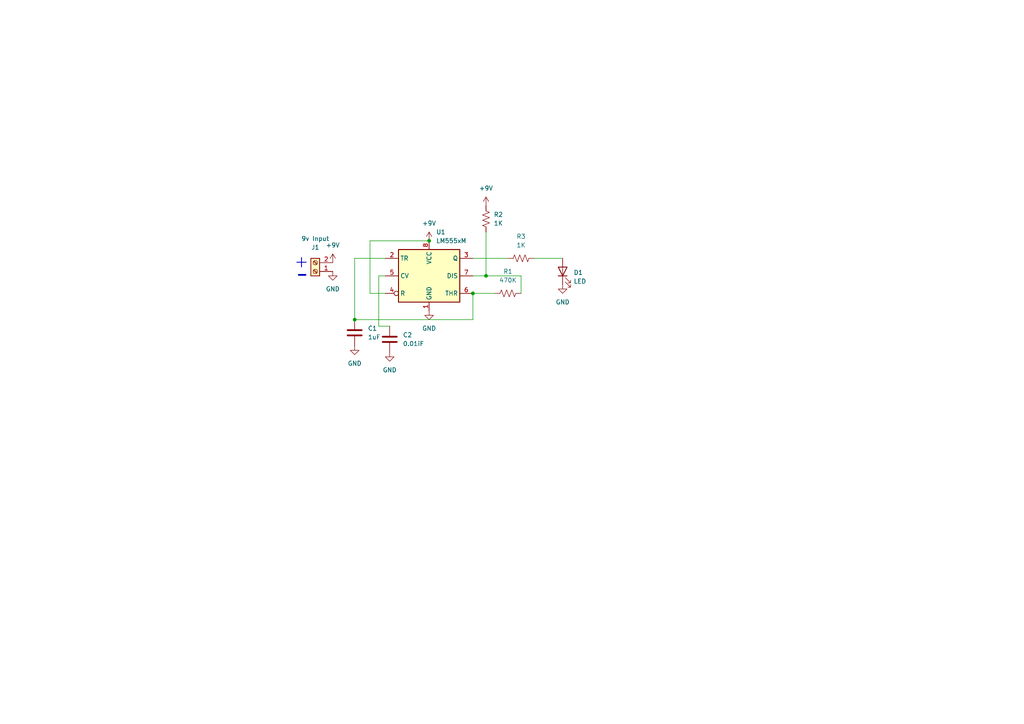
<source format=kicad_sch>
(kicad_sch (version 20211123) (generator eeschema)
  (paper "A4")
  (lib_symbols
    (symbol "Connector:Screw_Terminal_01x02" (pin_names (offset 1.016) hide)
      (property "Reference" "J1" (at 0 -6.985 0))
      (property "Value" "9v Input" (at 0 -9.525 0))
      (symbol "Screw_Terminal_01x02_1_1"
        (rectangle (start -1.27 1.27) (end 1.27 -3.81) (stroke (width 0.254)) (fill (type background)))
        (circle (center 0 -2.54) (radius 0.635) (stroke (width 0.1524)))
        (polyline (pts (xy -0.5334 -2.2098) (xy 0.3302 -3.048)) (stroke (width 0.1524)))
        (polyline (pts (xy -0.5334 0.3302) (xy 0.3302 -0.508)) (stroke (width 0.1524)))
        (polyline (pts (xy -0.3556 -2.032) (xy 0.508 -2.8702)) (stroke (width 0.1524)))
        (polyline (pts (xy -0.3556 0.508) (xy 0.508 -0.3302)) (stroke (width 0.1524)))
        (circle (center 0 0) (radius 0.635) (stroke (width 0.1524)))
        (pin power_out line (at -5.08 0 0) (length 3.81) (name "Pin_1") (number "1"))
        (pin power_out line (at -5.08 -2.54 0) (length 3.81) (name "Pin_2") (number "2"))
      )
    )
    (symbol "Device:C" (pin_numbers hide) (pin_names (offset 0.254))
      (property "Reference" "C" (at 0.635 2.54 0))
      (property "Value" "C" (at 0.635 -2.54 0))
      (symbol "C_0_1"
        (polyline (pts (xy -2.032 -0.762) (xy 2.032 -0.762)) (stroke (width 0.508)))
        (polyline (pts (xy -2.032 0.762) (xy 2.032 0.762)) (stroke (width 0.508)))
      )
      (symbol "C_1_1"
        (pin passive line (at 0 3.81 270) (length 2.794) (name "~") (number "1"))
        (pin passive line (at 0 -3.81 90) (length 2.794) (name "~") (number "2"))
      )
    )
    (symbol "Device:LED" (pin_numbers hide) (pin_names (offset 1.016) hide)
      (property "Reference" "D" (at 0 2.54 0))
      (property "Value" "LED" (at 0 -2.54 0))
      (symbol "LED_0_1"
        (polyline (pts (xy -1.27 -1.27) (xy -1.27 1.27)) (stroke (width 0.254)))
        (polyline (pts (xy -1.27 0) (xy 1.27 0)))
        (polyline (pts (xy 1.27 -1.27) (xy 1.27 1.27) (xy -1.27 0) (xy 1.27 -1.27)) (stroke (width 0.254)))
        (polyline (pts (xy -3.048 -0.762) (xy -4.572 -2.286) (xy -3.81 -2.286) (xy -4.572 -2.286) (xy -4.572 -1.524)))
        (polyline (pts (xy -1.778 -0.762) (xy -3.302 -2.286) (xy -2.54 -2.286) (xy -3.302 -2.286) (xy -3.302 -1.524)))
      )
      (symbol "LED_1_1"
        (pin passive line (at -3.81 0 0) (length 2.54) (name "K") (number "1"))
        (pin passive line (at 3.81 0 180) (length 2.54) (name "A") (number "2"))
      )
    )
    (symbol "Device:R_US" (pin_numbers hide) (pin_names (offset 0))
      (property "Reference" "R" (at 2.54 0 90))
      (property "Value" "R_US" (at -2.54 0 90))
      (symbol "R_US_0_1"
        (polyline (pts (xy 0 -2.286) (xy 0 -2.54)))
        (polyline (pts (xy 0 2.286) (xy 0 2.54)))
        (polyline (pts (xy 0 -0.762) (xy 1.016 -1.143) (xy 0 -1.524) (xy -1.016 -1.905) (xy 0 -2.286)))
        (polyline (pts (xy 0 0.762) (xy 1.016 0.381) (xy 0 0) (xy -1.016 -0.381) (xy 0 -0.762)))
        (polyline (pts (xy 0 2.286) (xy 1.016 1.905) (xy 0 1.524) (xy -1.016 1.143) (xy 0 0.762)))
      )
      (symbol "R_US_1_1"
        (pin passive line (at 0 3.81 270) (length 1.27) (name "~") (number "1"))
        (pin passive line (at 0 -3.81 90) (length 1.27) (name "~") (number "2"))
      )
    )
    (symbol "Timer:LM555xM"
      (property "Reference" "U" (at -10.16 8.89 0))
      (property "Value" "LM555xM" (at 2.54 8.89 0))
      (symbol "LM555xM_0_0"
        (pin power_in line (at 0 -10.16 90) (length 2.54) (name "GND") (number "1"))
        (pin power_in line (at 0 10.16 270) (length 2.54) (name "VCC") (number "8"))
      )
      (symbol "LM555xM_0_1"
        (rectangle (start -8.89 -7.62) (end 8.89 7.62) (stroke (width 0.254)) (fill (type background)))
        (rectangle (start -8.89 -7.62) (end 8.89 7.62) (stroke (width 0.254)) (fill (type background)))
      )
      (symbol "LM555xM_1_1"
        (pin input line (at -12.7 5.08 0) (length 3.81) (name "TR") (number "2"))
        (pin output line (at 12.7 5.08 180) (length 3.81) (name "Q") (number "3"))
        (pin input inverted (at -12.7 -5.08 0) (length 3.81) (name "R") (number "4"))
        (pin input line (at -12.7 0 0) (length 3.81) (name "CV") (number "5"))
        (pin input line (at 12.7 -5.08 180) (length 3.81) (name "THR") (number "6"))
        (pin input line (at 12.7 0 180) (length 3.81) (name "DIS") (number "7"))
      )
    )
    (symbol "power:+9V" (power) (pin_names (offset 0))
      (property "Value" "+9V" (at 0 3.556 0))
      (symbol "+9V_0_1"
        (polyline (pts (xy -0.762 1.27) (xy 0 2.54)))
        (polyline (pts (xy 0 0) (xy 0 2.54)))
        (polyline (pts (xy 0 2.54) (xy 0.762 1.27)))
      )
      (symbol "+9V_1_1"
        (pin power_in line (at 0 0 90) (length 0) hide (name "+9V") (number "1"))
      )
    )
    (symbol "power:GND" (power) (pin_names (offset 0))
      (property "Value" "GND" (at 0 -3.81 0))
      (symbol "GND_0_1"
        (polyline (pts (xy 0 0) (xy 0 -1.27) (xy 1.27 -1.27) (xy 0 -2.54) (xy -1.27 -1.27) (xy 0 -1.27)))
      )
      (symbol "GND_1_1"
        (pin power_in line (at 0 0 270) (length 0) hide (name "GND") (number "1"))
      )
    )
  )
  (junction (at 137.16 85.09))
  (junction (at 102.87 92.71))
  (junction (at 140.97 80.01))
  (junction (at 124.46 69.85))
  (wire (pts (xy 137.16 74.93) (xy 147.32 74.93)))
  (wire (pts (xy 124.46 69.85) (xy 107.315 69.85)))
  (wire (pts (xy 151.13 85.09) (xy 151.13 80.01)))
  (wire (pts (xy 109.855 94.615) (xy 113.03 94.615)))
  (wire (pts (xy 109.855 80.01) (xy 109.855 94.615)))
  (wire (pts (xy 111.76 80.01) (xy 109.855 80.01)))
  (wire (pts (xy 140.97 80.01) (xy 151.13 80.01)))
  (wire (pts (xy 102.87 92.71) (xy 137.16 92.71)))
  (wire (pts (xy 102.87 74.93) (xy 102.87 92.71)))
  (wire (pts (xy 137.16 85.09) (xy 143.51 85.09)))
  (wire (pts (xy 107.315 69.85) (xy 107.315 85.09)))
  (wire (pts (xy 107.315 85.09) (xy 111.76 85.09)))
  (wire (pts (xy 140.97 67.31) (xy 140.97 80.01)))
  (wire (pts (xy 137.16 92.71) (xy 137.16 85.09)))
  (wire (pts (xy 137.16 80.01) (xy 140.97 80.01)))
  (wire (pts (xy 154.94 74.93) (xy 163.195 74.93)))
  (wire (pts (xy 111.76 74.93) (xy 102.87 74.93)))
  (text "-" (at 85.725 81.28 0) (effects (font (size 2.54 2.54) bold) (justify left bottom)))
  (text "+" (at 85.09 78.105 0) (effects (font (size 3.54 3.54) (thickness 0.254) bold) (justify left bottom)))
  (symbol (lib_id "Device:R_US") (at 140.97 63.5 0) (unit 1)
    (property "Reference" "R2" (at 143.2014 62.2299 0) (effects (justify left)))
    (property "Value" "1K" (at 143.2014 64.7699 0) (effects (justify left)))
    (property "Footprint" "Resistor_THT:R_Axial_DIN0207_L6.3mm_D2.5mm_P10.16mm_Horizontal" (effects hide))
  )
  (symbol (lib_id "Timer:LM555xM") (at 124.46 80.01 0) (unit 1)
    (property "Reference" "U1" (at 126.4794 67.31 0) (effects (justify left)))
    (property "Value" "LM555xM" (at 126.4794 69.85 0) (effects (justify left)))
    (property "Footprint" "Package_DIP:DIP-8_W7.62mm" (effects hide))
    (property "Datasheet" "http://www.ti.com/lit/ds/symlink/lm555.pdf" (effects hide))
  )
  (symbol (lib_id "Device:LED") (at 163.195 78.74 90) (unit 1)
    (property "Reference" "D1" (at 166.37 79.0574 90) (effects (justify right)))
    (property "Value" "LED" (at 166.37 81.5974 90) (effects (justify right)))
    (property "Footprint" "LED_THT:LED_D5.0mm" (effects hide))
  )
  (symbol (lib_id "power:GND") (at 113.03 102.235 0) (unit 1)
    (property "Reference" "#PWR0108" (effects hide))
    (property "Value" "GND" (at 113.03 107.315 0))
  )
  (symbol (lib_id "power:+9V") (at 140.97 59.69 0) (unit 1)
    (property "Reference" "#PWR0107" (effects hide))
    (property "Value" "+9V" (at 140.97 54.61 0))
  )
  (symbol (lib_id "Device:R_US") (at 147.32 85.09 90) (unit 1)
    (property "Reference" "R1" (at 147.32 78.74 90))
    (property "Value" "470K" (at 147.32 81.28 90))
    (property "Footprint" "Resistor_THT:R_Axial_DIN0207_L6.3mm_D2.5mm_P10.16mm_Horizontal" (effects hide))
  )
  (symbol (lib_id "Device:C") (at 102.87 96.52 0) (unit 1)
    (property "Reference" "C1" (at 106.68 95.2499 0) (effects (justify left)))
    (property "Value" "1uF" (at 106.68 97.7899 0) (effects (justify left)))
    (property "Footprint" "Capacitor_THT:C_Disc_D5.0mm_W2.5mm_P2.50mm" (effects hide))
  )
  (symbol (lib_id "Device:C") (at 113.03 98.425 0) (unit 1)
    (property "Reference" "C2" (at 116.84 97.1549 0) (effects (justify left)))
    (property "Value" "0.01iF" (at 116.84 99.6949 0) (effects (justify left)))
    (property "Footprint" "Capacitor_THT:C_Disc_D5.0mm_W2.5mm_P2.50mm" (effects hide))
  )
  (symbol (lib_id "power:GND") (at 102.87 100.33 0) (unit 1)
    (property "Reference" "#PWR0104" (effects hide))
    (property "Value" "GND" (at 102.87 105.41 0))
  )
  (symbol (lib_id "Device:R_US") (at 151.13 74.93 90) (unit 1)
    (property "Reference" "R3" (at 151.13 68.58 90))
    (property "Value" "1K" (at 151.13 71.12 90))
    (property "Footprint" "Resistor_THT:R_Axial_DIN0207_L6.3mm_D2.5mm_P10.16mm_Horizontal" (effects hide))
  )
  (symbol (lib_id "power:GND") (at 96.52 78.74 0) (unit 1)
    (property "Reference" "#PWR0105" (effects hide))
    (property "Value" "GND" (at 96.52 83.82 0))
  )
  (symbol (lib_id "power:+9V") (at 96.52 76.2 0) (unit 1)
    (property "Reference" "#PWR0106" (effects hide))
    (property "Value" "+9V" (at 96.52 71.12 0))
  )
  (symbol (lib_id "power:+9V") (at 124.46 69.85 0) (unit 1)
    (property "Reference" "#PWR0102" (effects hide))
    (property "Value" "+9V" (at 124.46 64.77 0))
  )
  (symbol (lib_id "power:GND") (at 163.195 82.55 0) (unit 1)
    (property "Reference" "#PWR0101" (effects hide))
    (property "Value" "GND" (at 163.195 87.63 0))
  )
  (symbol (lib_id "power:GND") (at 124.46 90.17 0) (unit 1)
    (property "Reference" "#PWR0103" (effects hide))
    (property "Value" "GND" (at 124.46 95.25 0))
  )
  (symbol (lib_id "Connector:Screw_Terminal_01x02") (at 91.44 78.74 180) (unit 1)
    (property "Reference" "J1" (at 91.44 71.755 0))
    (property "Value" "9v Input" (at 91.44 69.215 0))
    (property "Footprint" "TerminalBlock:TerminalBlock_bornier-2_P5.08mm" (effects hide))
  )
)
</source>
